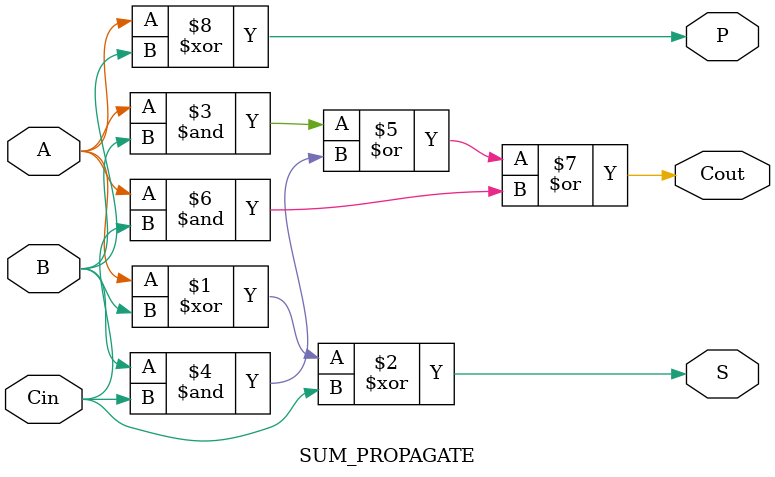
<source format=v>
`timescale 1ns / 1ps
module SUM_PROPAGATE(
    input A,B,
    input Cin,
    output S,
    output P,
	 output Cout
    );
assign #1 S=A^B^Cin;
assign #3 Cout=(A&B)|(B&Cin)|(A&Cin);
xor #2 (P,A,B);

endmodule

</source>
